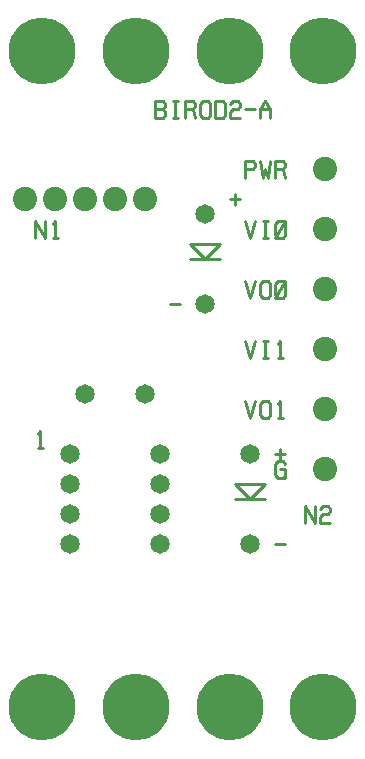
<source format=gtl>
%MOIN*%
%FSLAX25Y25*%
G04 D10 used for Character Trace; *
G04     Circle (OD=.01000) (No hole)*
G04 D11 used for Power Trace; *
G04     Circle (OD=.06700) (No hole)*
G04 D12 used for Signal Trace; *
G04     Circle (OD=.01100) (No hole)*
G04 D13 used for Via; *
G04     Circle (OD=.05800) (Round. Hole ID=.02800)*
G04 D14 used for Component hole; *
G04     Circle (OD=.06500) (Round. Hole ID=.03500)*
G04 D15 used for Component hole; *
G04     Circle (OD=.06700) (Round. Hole ID=.04300)*
G04 D16 used for Component hole; *
G04     Circle (OD=.08100) (Round. Hole ID=.05100)*
G04 D17 used for Component hole; *
G04     Circle (OD=.08900) (Round. Hole ID=.05900)*
G04 D18 used for Component hole; *
G04     Circle (OD=.11300) (Round. Hole ID=.08300)*
G04 D19 used for Component hole; *
G04     Circle (OD=.16000) (Round. Hole ID=.13000)*
G04 D20 used for Component hole; *
G04     Circle (OD=.18300) (Round. Hole ID=.15300)*
G04 D21 used for Component hole; *
G04     Circle (OD=.22291) (Round. Hole ID=.19291)*
%ADD10C,.01000*%
%ADD11C,.06700*%
%ADD12C,.01100*%
%ADD13C,.05800*%
%ADD14C,.06500*%
%ADD15C,.06700*%
%ADD16C,.08100*%
%ADD17C,.08900*%
%ADD18C,.11300*%
%ADD19C,.16000*%
%ADD20C,.18300*%
%ADD21C,.22291*%
%IPPOS*%
%LPD*%
G90*X0Y0D02*D21*X15625Y15625D03*X46875D03*D14*    
X55000Y70000D03*X25000D03*X55000Y80000D03*        
X25000D03*D21*X78125Y15625D03*D12*X80000Y85000D02*
X85000D01*X90000D01*X85000D02*X90000Y90000D01*    
X85000Y85000D02*X80000Y90000D01*X90000D01*D10*    
X96674Y93086D02*X95837Y92129D01*X94163D01*        
X93326Y93086D01*Y96914D01*X94163Y97871D01*        
X95837D01*X96674Y96914D01*X95000Y95000D02*        
X96674D01*Y92129D01*X93326Y100000D02*X96674D01*   
X95000Y101914D02*Y98086D01*D14*X85000Y100000D03*  
D10*X103326Y77129D02*Y82871D01*X106674Y77129D01*  
Y82871D01*X108326Y81914D02*X109163Y82871D01*      
X110837D01*X111674Y81914D01*Y80957D01*            
X110837Y80000D01*X109163D01*X108326Y79043D01*     
Y77129D01*X111674D01*D14*X85000Y70000D03*D16*     
X110000Y95000D03*D10*X93326Y70000D02*X96674D01*   
D16*X110000Y115000D03*D10*X83326Y117871D02*       
X85000Y112129D01*X86674Y117871D01*                
X91674Y113086D02*X90837Y112129D01*X89163D01*      
X88326Y113086D01*Y116914D01*X89163Y117871D01*     
X90837D01*X91674Y116914D01*Y113086D01*            
X94163Y116914D02*X95000Y117871D01*Y112129D01*     
X94163D02*X95837D01*D14*X55000Y100000D03*         
Y90000D03*X50000Y120000D03*D16*X110000Y135000D03* 
D10*X83326Y137871D02*X85000Y132129D01*            
X86674Y137871D01*X90000Y132129D02*Y137871D01*     
X89163Y132129D02*X90837D01*X89163Y137871D02*      
X90837D01*X94163Y136914D02*X95000Y137871D01*      
Y132129D01*X94163D02*X95837D01*D14*               
X30000Y120000D03*X70000Y150000D03*D10*X58326D02*  
X61674D01*D16*X110000Y155000D03*D14*              
X25000Y100000D03*Y90000D03*D10*X83326Y157871D02*  
X85000Y152129D01*X86674Y157871D01*                
X91674Y153086D02*X90837Y152129D01*X89163D01*      
X88326Y153086D01*Y156914D01*X89163Y157871D01*     
X90837D01*X91674Y156914D01*Y153086D01*X96674D02*  
X95837Y152129D01*X94163D01*X93326Y153086D01*      
Y156914D01*X94163Y157871D01*X95837D01*            
X96674Y156914D01*Y153086D01*X93326Y152129D02*     
X96674Y157871D01*X14163Y106914D02*                
X15000Y107871D01*Y102129D01*X14163D02*X15837D01*  
D12*X70000Y165000D02*X75000D01*X65000D02*         
X70000D01*X75000Y170000D01*X65000D01*             
X70000Y165000D01*D14*Y180000D03*D10*              
X83326Y177871D02*X85000Y172129D01*                
X86674Y177871D01*X90000Y172129D02*Y177871D01*     
X89163Y172129D02*X90837D01*X89163Y177871D02*      
X90837D01*X96674Y173086D02*X95837Y172129D01*      
X94163D01*X93326Y173086D01*Y176914D01*            
X94163Y177871D01*X95837D01*X96674Y176914D01*      
Y173086D01*X93326Y172129D02*X96674Y177871D01*D16* 
X50000Y185000D03*D10*X78326D02*X81674D01*         
X80000Y186914D02*Y183086D01*D16*X40000Y185000D03* 
D10*X83326Y192129D02*Y197871D01*X85837D01*        
X86674Y196914D01*Y195957D01*X85837Y195000D01*     
X83326D01*X88326Y197871D02*X89163Y192129D01*      
X90000Y195000D01*X90837Y192129D01*                
X91674Y197871D01*X93326Y192129D02*Y197871D01*     
X95837D01*X96674Y196914D01*Y195957D01*            
X95837Y195000D01*X93326D01*X95837D02*             
X96674Y192129D01*D16*X30000Y185000D03*            
X110000Y175000D03*Y195000D03*X20000Y185000D03*D10*
X53326Y212129D02*Y217871D01*X55837D01*            
X56674Y216914D01*Y215957D01*X55837Y215000D01*     
X56674Y214043D01*Y213086D01*X55837Y212129D01*     
X53326D01*Y215000D02*X55837D01*X60000Y212129D02*  
Y217871D01*X59163Y212129D02*X60837D01*            
X59163Y217871D02*X60837D01*X63326Y212129D02*      
Y217871D01*X65837D01*X66674Y216914D01*Y215957D01* 
X65837Y215000D01*X63326D01*X65837D02*             
X66674Y212129D01*X71674Y213086D02*                
X70837Y212129D01*X69163D01*X68326Y213086D01*      
Y216914D01*X69163Y217871D01*X70837D01*            
X71674Y216914D01*Y213086D01*X73326Y212129D02*     
Y217871D01*X75837D01*X76674Y216914D01*Y213086D01* 
X75837Y212129D01*X73326D01*X78326Y216914D02*      
X79163Y217871D01*X80837D01*X81674Y216914D01*      
Y215957D01*X80837Y215000D01*X79163D01*            
X78326Y214043D01*Y212129D01*X81674D01*            
X83326Y215000D02*X86674D01*X88326Y212129D02*      
Y215000D01*X90000Y217871D01*X91674Y215000D01*     
Y212129D01*X88326Y215000D02*X91674D01*            
X13326Y172129D02*Y177871D01*X16674Y172129D01*     
Y177871D01*X19163Y176914D02*X20000Y177871D01*     
Y172129D01*X19163D02*X20837D01*D16*               
X10000Y185000D03*D21*X109375Y234375D03*X78125D03* 
X46875D03*X15625D03*X109375Y15625D03*M02*         

</source>
